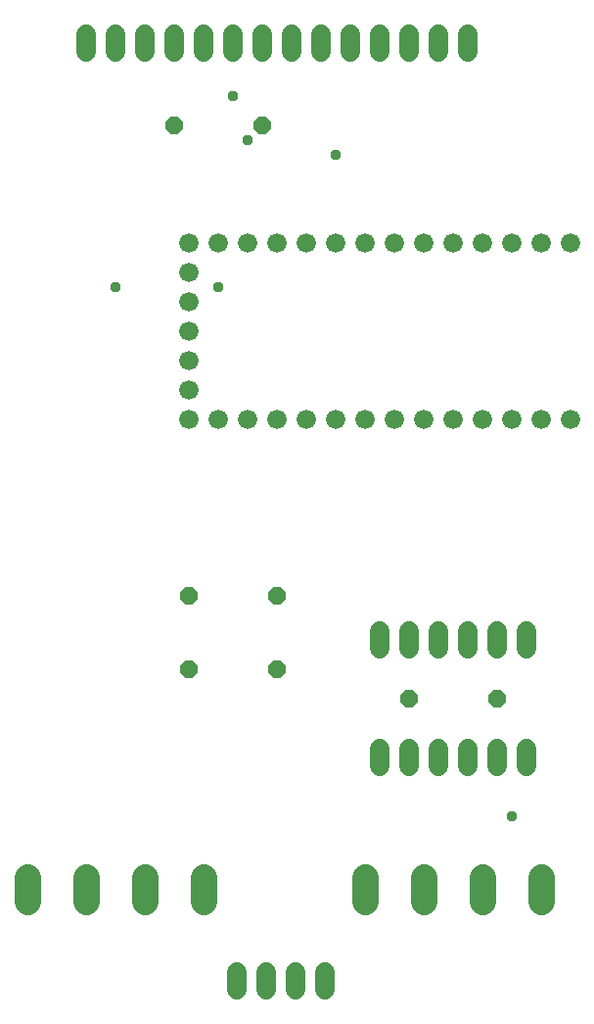
<source format=gbr>
G04 EAGLE Gerber RS-274X export*
G75*
%MOMM*%
%FSLAX34Y34*%
%LPD*%
%INSoldermask Bottom*%
%IPPOS*%
%AMOC8*
5,1,8,0,0,1.08239X$1,22.5*%
G01*
%ADD10C,1.727200*%
%ADD11P,1.649562X8X22.500000*%
%ADD12P,1.649562X8X202.500000*%
%ADD13C,2.298700*%
%ADD14C,1.676400*%
%ADD15C,0.959600*%


D10*
X495300Y261620D02*
X495300Y246380D01*
X469900Y246380D02*
X469900Y261620D01*
X444500Y261620D02*
X444500Y246380D01*
X419100Y246380D02*
X419100Y261620D01*
X393700Y261620D02*
X393700Y246380D01*
X368300Y246380D02*
X368300Y261620D01*
X495300Y347980D02*
X495300Y363220D01*
X469900Y363220D02*
X469900Y347980D01*
X444500Y347980D02*
X444500Y363220D01*
X419100Y363220D02*
X419100Y347980D01*
X393700Y347980D02*
X393700Y363220D01*
X368300Y363220D02*
X368300Y347980D01*
D11*
X190500Y800100D03*
X266700Y800100D03*
D12*
X279400Y330200D03*
X203200Y330200D03*
X279400Y393700D03*
X203200Y393700D03*
D11*
X393700Y304800D03*
X469900Y304800D03*
D10*
X444500Y863092D02*
X444500Y878332D01*
X419100Y878332D02*
X419100Y863092D01*
X393700Y863092D02*
X393700Y878332D01*
X368300Y878332D02*
X368300Y863092D01*
X342900Y863092D02*
X342900Y878332D01*
X317500Y878332D02*
X317500Y863092D01*
X292100Y863092D02*
X292100Y878332D01*
X266700Y878332D02*
X266700Y863092D01*
X241300Y863092D02*
X241300Y878332D01*
X215900Y878332D02*
X215900Y863092D01*
X190500Y863092D02*
X190500Y878332D01*
X165100Y878332D02*
X165100Y863092D01*
X139700Y863092D02*
X139700Y878332D01*
X114300Y878332D02*
X114300Y863092D01*
D13*
X63500Y150178D02*
X63500Y129223D01*
X114300Y129223D02*
X114300Y150178D01*
X165100Y150178D02*
X165100Y129223D01*
X215900Y129223D02*
X215900Y150178D01*
X355600Y150178D02*
X355600Y129223D01*
X406400Y129223D02*
X406400Y150178D01*
X457200Y150178D02*
X457200Y129223D01*
X508000Y129223D02*
X508000Y150178D01*
D10*
X320548Y68326D02*
X320548Y53086D01*
X295148Y53086D02*
X295148Y68326D01*
X269748Y68326D02*
X269748Y53086D01*
X244348Y53086D02*
X244348Y68326D01*
D14*
X482600Y698500D03*
X457200Y698500D03*
X431800Y698500D03*
X406400Y698500D03*
X381000Y698500D03*
X355600Y698500D03*
X330200Y698500D03*
X304800Y698500D03*
X279400Y698500D03*
X254000Y698500D03*
X228600Y698500D03*
X203200Y698500D03*
X203200Y546100D03*
X228600Y546100D03*
X254000Y546100D03*
X279400Y546100D03*
X304800Y546100D03*
X330200Y546100D03*
X355600Y546100D03*
X381000Y546100D03*
X406400Y546100D03*
X431800Y546100D03*
X457200Y546100D03*
X508000Y698500D03*
X482600Y546100D03*
X533400Y698500D03*
X533400Y546100D03*
X508000Y546100D03*
X203200Y571500D03*
X203200Y596900D03*
X203200Y622300D03*
X203200Y647700D03*
X203200Y673100D03*
D15*
X330200Y774700D03*
X241300Y825500D03*
X254000Y787400D03*
X228600Y660400D03*
X139700Y660400D03*
X482600Y203200D03*
M02*

</source>
